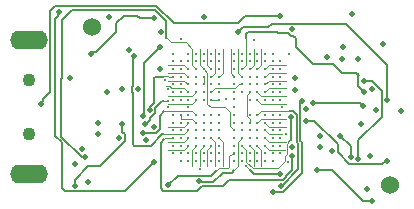
<source format=gbr>
%TF.GenerationSoftware,Altium Limited,Altium Designer,20.2.5 (213)*%
G04 Layer_Physical_Order=3*
G04 Layer_Color=16440176*
%FSLAX26Y26*%
%MOIN*%
%TF.SameCoordinates,0FE6C2C3-B7F4-45EC-A48D-0F423D7CACB9*%
%TF.FilePolarity,Positive*%
%TF.FileFunction,Copper,L3,Inr,Signal*%
%TF.Part,Single*%
G01*
G75*
%TA.AperFunction,Conductor*%
%ADD22C,0.003000*%
%ADD23C,0.006000*%
%TA.AperFunction,ViaPad*%
%ADD24C,0.060000*%
%TA.AperFunction,ComponentPad*%
%ADD25C,0.043307*%
%ADD26O,0.125984X0.062992*%
%TA.AperFunction,ViaPad*%
%ADD27C,0.010000*%
%ADD28C,0.020000*%
D22*
X2185564Y1858776D02*
X2199765Y1844575D01*
X2138400Y1858776D02*
X2185564D01*
X2199765Y1797416D02*
Y1844575D01*
X2138531Y1884237D02*
X2164121D01*
X2256442Y1899786D02*
X2266485Y1909829D01*
X2256442Y1828895D02*
Y1899786D01*
Y1828895D02*
X2266485Y1818852D01*
Y1807465D02*
Y1818852D01*
X2151326Y1922624D02*
X2216713D01*
X2138531Y1909829D02*
X2151326Y1922624D01*
X2216713D02*
X2229508Y1935419D01*
X2240895D01*
X2125735Y1871441D02*
Y1973805D01*
Y1871441D02*
X2138400Y1858776D01*
X2151327Y1662583D02*
Y1743487D01*
X2138531Y1756283D02*
X2151327Y1743487D01*
X2164121Y1756283D02*
X2176917Y1743487D01*
Y1662583D02*
Y1743487D01*
X2074555Y1845851D02*
X2087351Y1833055D01*
X1981037Y1845851D02*
X2074555D01*
X2253691Y1999397D02*
Y2088978D01*
X2304873Y1845851D02*
X2398391D01*
X2304873Y1820261D02*
X2385776D01*
X2330463Y1794669D02*
X2385776D01*
X2330463Y1717897D02*
X2384885D01*
X2391428Y1702955D02*
Y1738164D01*
X2383614Y1695141D02*
X2391428Y1702955D01*
X2383614Y1679837D02*
Y1695141D01*
X2391428Y1738164D02*
X2398391Y1745127D01*
X2197226Y1659554D02*
Y1695816D01*
X2193711Y1656039D02*
X2197226Y1659554D01*
X2162997Y1656039D02*
X2193711D01*
X2156927Y1649969D02*
X2162997Y1656039D01*
X2214597Y1704395D02*
X2215305Y1705103D01*
X2205805Y1704395D02*
X2214597D01*
X2197226Y1695816D02*
X2205805Y1704395D01*
X2330463Y1769079D02*
X2375732D01*
X2254332Y1661941D02*
X2266305Y1649969D01*
X2253691Y1678193D02*
X2275845Y1656039D01*
X2253691Y1678193D02*
Y1717897D01*
X2254332Y1661941D02*
Y1663349D01*
X2275845Y1656039D02*
X2359816D01*
X2292077Y1833055D02*
X2304873Y1845851D01*
X2330463Y1743487D02*
X2385776D01*
X2359816Y1656039D02*
X2383614Y1679837D01*
X2215485Y1649969D02*
X2228099Y1662583D01*
X1981037Y1769079D02*
X2048963D01*
X1981037Y1751929D02*
X1985391Y1756283D01*
X2010579D01*
X1981037Y1878636D02*
X1994726D01*
X1993651Y1868592D02*
X1998886D01*
X2001734Y1871441D02*
X2074555D01*
X1998886Y1868592D02*
X2001734Y1871441D01*
X2112941Y1935419D02*
Y1961009D01*
X2199765Y1797416D02*
X2215305Y1781875D01*
X2112941Y1986599D02*
Y1986601D01*
Y1986599D02*
X2125735Y1973805D01*
X2037927Y1820261D02*
X2074555D01*
X2036169Y1822018D02*
Y1833055D01*
Y1822018D02*
X2037927Y1820261D01*
X2048963Y1769079D02*
X2061759Y1781875D01*
X1993651Y1743487D02*
X2048963D01*
Y1717897D02*
X2061759Y1730693D01*
X1993651Y1717897D02*
X2048963D01*
X2002726Y2075914D02*
X2053351D01*
X1989662Y2088978D02*
X2002726Y2075914D01*
X2053351D02*
X2074555Y2054709D01*
X1981037Y1962144D02*
X2010579Y1961009D01*
X2004769Y1922625D02*
X2048963D01*
X1998886Y1931575D02*
X2004769Y1925692D01*
X1990566Y1931575D02*
X1998886D01*
X1987633Y1928643D02*
X1990566Y1931575D01*
X1995434Y1948215D02*
X2048963D01*
X2004769Y1922625D02*
Y1925692D01*
X1993651Y1897033D02*
X2074555D01*
X2100145Y1664114D02*
Y1717897D01*
X2074555Y1871441D02*
X2087351Y1884237D01*
X2176917Y1973805D02*
Y2054709D01*
X2164121Y1961009D02*
X2176917Y1973805D01*
X2202509D02*
Y2054709D01*
Y1973805D02*
X2215305Y1961009D01*
X2304873Y1871441D02*
X2385776D01*
X2292077Y1884237D02*
X2304873Y1871441D01*
X2074555Y1820261D02*
X2087351Y1807465D01*
X2074555Y1897033D02*
X2087351Y1909829D01*
X2228099Y1662583D02*
Y1743487D01*
X2240895Y1756283D01*
X2151327Y1973805D02*
Y2054709D01*
X2138531Y1961009D02*
X2151327Y1973805D01*
X2228099D02*
Y2054709D01*
Y1973805D02*
X2240895Y1961009D01*
X2292077Y1807465D02*
X2304873Y1820261D01*
Y1897033D02*
X2385776D01*
X2292077Y1909829D02*
X2304873Y1897033D01*
X2125735Y1662583D02*
Y1717897D01*
X2138531Y1730693D01*
X2240895D02*
X2253691Y1717897D01*
X1993651Y1794669D02*
X2048963D01*
X2061759Y1807465D01*
X2317667D02*
X2330463Y1794669D01*
X2048963Y1922625D02*
X2061759Y1909829D01*
X2330463Y1922625D02*
X2385776D01*
X2317667Y1909829D02*
X2330463Y1922625D01*
X2125735Y1999397D02*
Y2054709D01*
Y1999397D02*
X2138531Y1986601D01*
X2240895D02*
X2253691Y1999397D01*
X2100145Y1717897D02*
X2112941Y1730693D01*
X2279281Y1662583D02*
Y1717897D01*
X2266485Y1730693D02*
X2279281Y1717897D01*
X2317667Y1781875D02*
X2330463Y1769079D01*
X2048963Y1948215D02*
X2061759Y1935419D01*
X2330463Y1948215D02*
X2385776D01*
X2317667Y1935419D02*
X2330463Y1948215D01*
X2100145Y1999397D02*
Y2054709D01*
Y1999397D02*
X2112941Y1986601D01*
X2279281Y1999397D02*
Y2054709D01*
X2266485Y1986601D02*
X2279281Y1999397D01*
X2074555Y1662583D02*
Y1717897D01*
X2087351Y1730693D01*
X2304873Y1662583D02*
Y1717897D01*
X2292077Y1730693D02*
X2304873Y1717897D01*
X2048963Y1743487D02*
X2061759Y1756283D01*
X2317667D02*
X2330463Y1743487D01*
X1993651Y1973805D02*
X2048963D01*
X2061759Y1961009D01*
X2330463Y1973805D02*
X2385776D01*
X2317667Y1961009D02*
X2330463Y1973805D01*
X2074555Y1999397D02*
Y2054709D01*
Y1999397D02*
X2087351Y1986601D01*
X2304873Y1999397D02*
Y2054709D01*
X2292077Y1986601D02*
X2304873Y1999397D01*
X2317667Y1730693D02*
X2330463Y1717897D01*
X1993651Y1999397D02*
X2048963D01*
X2061759Y1986601D01*
X2330463Y1999397D02*
X2385776D01*
X2317667Y1986601D02*
X2330463Y1999397D01*
D23*
X1752600Y2184045D02*
G03*
X1729400Y2184045I-11600J-57045D01*
G01*
X1981037Y1962144D02*
G03*
X1980768Y1962053I4354J-13306D01*
G01*
X2587076Y2137883D02*
X2724945Y2000014D01*
Y1884922D02*
Y2000014D01*
X2672903Y1947575D02*
X2705916Y1914562D01*
Y1826465D02*
Y1914562D01*
X2628383Y1748932D02*
X2705916Y1826465D01*
X2648486Y1947575D02*
X2672903D01*
X2243000Y2127000D02*
X2328758D01*
X2339642Y2137883D01*
X2587076D01*
X2227000Y2111000D02*
X2243000Y2127000D01*
X2253691Y2103613D02*
X2260793Y2110715D01*
X2357586D01*
X2253691Y2088978D02*
Y2103613D01*
X2357586Y2110715D02*
X2361613Y2106687D01*
X2394364D01*
X2402638Y2098413D01*
X2435293Y1747756D02*
Y1872636D01*
X2423293Y1742786D02*
Y1833660D01*
X2411102Y1845851D02*
X2423293Y1833660D01*
X2435293Y1872636D02*
X2441292Y1878636D01*
X2476817Y1874238D02*
X2634220D01*
X2644514Y1863944D01*
X2476762Y1874184D02*
X2476817Y1874238D01*
X2627459Y1929552D02*
X2648486Y1908525D01*
X2454293Y1815050D02*
X2480283D01*
X2644514Y1546700D02*
X2675284D01*
X2359976Y1577810D02*
X2378480D01*
X2357983Y1575817D02*
X2359976Y1577810D01*
X2343716Y1575214D02*
X2344319Y1575817D01*
X2357983D01*
X2440038Y1639368D02*
Y1743011D01*
X2378480Y1577810D02*
X2440038Y1639368D01*
X2373075Y1596810D02*
X2428038Y1651773D01*
X2370610Y1596810D02*
X2373075D01*
X2375884Y1616590D02*
X2387014Y1627720D01*
X2197226Y1616590D02*
X2375884D01*
X2280684Y1635590D02*
X2368014D01*
X2387014Y1628585D02*
X2407657Y1649228D01*
X2387014Y1627720D02*
Y1628585D01*
X2492378Y1649303D02*
X2541911D01*
X2644514Y1546700D01*
X2559198Y1708947D02*
X2598984Y1669161D01*
X2708804D01*
X2719154Y1679511D01*
X2724945D01*
X2407657Y1694436D02*
X2409038Y1695816D01*
X2407657Y1649228D02*
Y1694436D01*
X2428038Y1651773D02*
Y1738041D01*
X2423293Y1742786D02*
X2428038Y1738041D01*
X2435293Y1747756D02*
X2440038Y1743011D01*
X1995434Y1600000D02*
X2026518Y1631084D01*
X2138042D01*
X2156927Y1649969D01*
X1969501Y1589083D02*
Y1740393D01*
X1979049Y1579535D02*
X2091062D01*
X1969501Y1589083D02*
X1979049Y1579535D01*
X2091062D02*
X2107952Y1596425D01*
X2398391Y1845851D02*
X2411102D01*
X2402638Y1749373D02*
Y1826851D01*
X2398391Y1745127D02*
X2402638Y1749373D01*
X2628383Y1688161D02*
Y1748932D01*
X2559198Y1708947D02*
Y1736135D01*
X2567783Y1764825D02*
X2602708Y1729900D01*
Y1692307D02*
Y1729900D01*
X2480283Y1815050D02*
X2559198Y1736135D01*
X2100145Y1608425D02*
X2144274D01*
X2107952Y1596425D02*
X2177062D01*
X2096720Y1612064D02*
X2100145Y1608638D01*
Y1608425D02*
Y1608638D01*
X2144274Y1608425D02*
X2176917Y1641069D01*
X2177062Y1596425D02*
X2197226Y1616590D01*
X2176917Y1641069D02*
X2206585D01*
X2215485Y1649969D01*
X2266305D02*
X2280684Y1635590D01*
X2411383Y2098413D02*
X2419657Y2090139D01*
X2402638Y2098413D02*
X2411383D01*
X2419657Y2059998D02*
Y2090139D01*
Y2059998D02*
X2476174Y2003481D01*
X2545712D02*
X2575388Y1973805D01*
X2476174Y2003481D02*
X2545712D01*
X2627459Y1963349D02*
X2629430Y1965320D01*
X2620945Y1973805D02*
X2629430Y1965320D01*
X2575388Y1973805D02*
X2620945D01*
X2627459Y1929552D02*
Y1963349D01*
X1577937Y1880913D02*
Y1887014D01*
X1570496Y1869684D02*
Y1873472D01*
X1577937Y1880913D01*
X1912230Y1774616D02*
X1955122D01*
X1912135Y1774521D02*
X1912230Y1774616D01*
X1921000Y1804789D02*
X1932693Y1816481D01*
X1915802Y1805058D02*
X1920731D01*
X1921000Y1804789D01*
X1932693Y1816481D02*
Y1822018D01*
X1974122Y1769079D02*
X1981037D01*
X1882106Y1731079D02*
X1936122D01*
X1974122Y1769079D01*
X1969501Y1740393D02*
X1981037Y1751929D01*
X1875935Y1737251D02*
Y1909424D01*
Y1737251D02*
X1882106Y1731079D01*
X1879958Y2028820D02*
Y2031713D01*
X1966253Y1785746D02*
Y1831066D01*
X1981037Y1845851D01*
X1955122Y1774616D02*
X1966253Y1785746D01*
X1932693Y1822018D02*
X1951693Y1841018D01*
Y1856430D01*
X1932693Y1858776D02*
X1932694Y1858777D01*
X1948155Y1874238D01*
X1932693Y1850753D02*
Y1858776D01*
X1948155Y1874238D02*
Y1957494D01*
X1973898Y1878636D02*
X1981037D01*
X1951693Y1856430D02*
X1973898Y1878636D01*
X1601084Y2123916D02*
Y2179287D01*
Y2123916D02*
X1601992Y2123007D01*
Y1911070D02*
Y2123007D01*
X1577937Y1887014D02*
X1601992Y1911070D01*
X1617842Y2196045D02*
X1672245D01*
X1601084Y2179287D02*
X1617842Y2196045D01*
X1628782Y2176462D02*
X1629209Y2176889D01*
X1628782Y2162446D02*
Y2176462D01*
X1752600Y2184045D02*
X1951435D01*
X1673084D02*
X1729400D01*
X1639532Y2150494D02*
X1673084Y2184045D01*
X1951435D02*
X1988501Y2146979D01*
X1639532Y1956021D02*
Y2150494D01*
X1955238Y2197213D02*
X2012958Y2139493D01*
X1673412Y2197213D02*
X1955238D01*
X1672245Y2196045D02*
X1673412Y2197213D01*
X1988501Y2090139D02*
Y2146979D01*
X1899890Y2156034D02*
X1948155D01*
X1890879Y2165045D02*
X1899890Y2156034D01*
X1988501Y2090139D02*
X1989662Y2088978D01*
X2251492Y2164478D02*
X2368847D01*
X2226507Y2139493D02*
X2251492Y2164478D01*
X2012958Y2139493D02*
X2226507D01*
X1911644Y1831751D02*
X1913693Y1833799D01*
X1948155Y1957494D02*
X1951669Y1961009D01*
X1846402Y2165045D02*
X1890879D01*
X1618994Y2152658D02*
X1628782Y2162446D01*
X1820850Y2139493D02*
X1846402Y2165045D01*
X1638587Y1760534D02*
X1706814Y1692307D01*
X1638587Y1955076D02*
X1639532Y1956021D01*
X1638587Y1760534D02*
Y1955076D01*
X1706814Y1692307D02*
X1716137D01*
X1639532Y1589425D02*
Y1742619D01*
X1618994Y1763157D02*
X1639532Y1742619D01*
X1618994Y1763157D02*
Y2152658D01*
X1639532Y1589425D02*
X1649768Y1579189D01*
X1850448D02*
X1948155Y1676895D01*
X1649768Y1579189D02*
X1850448D01*
X1913693Y2007438D02*
X1966253Y2059998D01*
X1913693Y1833799D02*
Y2007438D01*
X1740214Y2044381D02*
X1754516D01*
X1736700Y2037787D02*
Y2040866D01*
X1740214Y2044381D01*
X1840875Y1778303D02*
Y1804789D01*
X1875935Y1929533D02*
Y2024797D01*
X1873750Y1911609D02*
Y1927349D01*
X1875935Y1929533D01*
X1873750Y1911609D02*
X1875935Y1909424D01*
X1840875Y1778303D02*
X1849745Y1769434D01*
Y1746737D02*
Y1769434D01*
X1728572Y1664114D02*
X1767122D01*
X1849745Y1746737D01*
X1682801Y1598189D02*
Y1618343D01*
X1728572Y1664114D01*
X1977763Y1961009D02*
X1980768Y1962053D01*
X1951669Y1961009D02*
X1977763D01*
X1754516Y2044381D02*
X1820850Y2110715D01*
Y2139493D01*
X1879958Y2031713D02*
X1882106Y2029565D01*
Y2029254D02*
Y2029565D01*
X1875935Y2024797D02*
X1879958Y2028820D01*
D24*
X2733000Y1600000D02*
D03*
X1741000Y2127000D02*
D03*
D25*
X1530000Y1948582D02*
D03*
Y1771418D02*
D03*
D26*
Y2084410D02*
D03*
Y1635590D02*
D03*
D27*
X2061759Y1884237D02*
D03*
Y1859066D02*
D03*
X2213590Y1888317D02*
D03*
X2215305Y1859066D02*
D03*
X2164121Y1884237D02*
D03*
X2189074Y1886381D02*
D03*
X2292077Y1756283D02*
D03*
X2240895D02*
D03*
X2266485D02*
D03*
X2215305D02*
D03*
X2317667D02*
D03*
X2164121Y1833055D02*
D03*
X2215305Y1909829D02*
D03*
X2317667Y1781875D02*
D03*
X2343257D02*
D03*
X2368847D02*
D03*
X2343257Y1756283D02*
D03*
X2164448Y1935745D02*
D03*
X2163039Y1908747D02*
D03*
X2215305Y1935419D02*
D03*
X2138531Y1884237D02*
D03*
Y1935419D02*
D03*
Y1909829D02*
D03*
X2164121Y1730693D02*
D03*
Y1705103D02*
D03*
X2061759Y1833055D02*
D03*
X2087351D02*
D03*
X2368847Y1884237D02*
D03*
X2373911Y1859066D02*
D03*
X2385775Y1769079D02*
D03*
X2266531Y1679557D02*
D03*
X2254332Y1663349D02*
D03*
X1994726Y1858549D02*
D03*
Y1878636D02*
D03*
X2112941Y1961009D02*
D03*
X2010579Y1833055D02*
D03*
X2100147Y1654071D02*
D03*
X2215305Y1807465D02*
D03*
X2010579Y1730693D02*
D03*
X2393657Y1676895D02*
D03*
X2036169Y2085957D02*
D03*
X1994726Y1921532D02*
D03*
X1985391Y1948838D02*
D03*
X2010579Y1935419D02*
D03*
X2240895Y1909829D02*
D03*
X2112941Y1807465D02*
D03*
X2279281Y2084410D02*
D03*
X2292077Y2037781D02*
D03*
X2395885D02*
D03*
X2215305Y1833055D02*
D03*
X2164121Y1807465D02*
D03*
X2138531Y1833055D02*
D03*
Y1807465D02*
D03*
X2240895D02*
D03*
X2164121Y1781875D02*
D03*
X2215305D02*
D03*
X2112941Y1833055D02*
D03*
X2266485D02*
D03*
X2112941Y1884237D02*
D03*
X2266485D02*
D03*
X2138531Y1781875D02*
D03*
X2240895D02*
D03*
X2266485Y1807465D02*
D03*
X2112941Y1909829D02*
D03*
X2266485D02*
D03*
X2240895Y1935419D02*
D03*
X2112941Y1781875D02*
D03*
X2266485D02*
D03*
X2087351Y1884237D02*
D03*
X2164121Y1756283D02*
D03*
X2112941Y1935419D02*
D03*
X2266485D02*
D03*
X2164121Y1961009D02*
D03*
X2215305D02*
D03*
X2292077Y1833055D02*
D03*
Y1884237D02*
D03*
X2087351Y1807465D02*
D03*
Y1909829D02*
D03*
X2138531Y1756283D02*
D03*
Y1961009D02*
D03*
X2240895D02*
D03*
X2292077Y1807465D02*
D03*
Y1909829D02*
D03*
X2087351Y1781875D02*
D03*
Y1935419D02*
D03*
X2112941Y1756283D02*
D03*
X2266485Y1961009D02*
D03*
X2292077Y1781875D02*
D03*
Y1935419D02*
D03*
X2215305Y1730693D02*
D03*
X2317667Y1833055D02*
D03*
Y1884237D02*
D03*
X2164121Y1986601D02*
D03*
X2215305D02*
D03*
X2138531Y1730693D02*
D03*
X2240895D02*
D03*
X2061759Y1807465D02*
D03*
X2317667D02*
D03*
X2061759Y1909829D02*
D03*
X2317667D02*
D03*
X2138531Y1986601D02*
D03*
X2240895D02*
D03*
X2087351Y1756283D02*
D03*
Y1961009D02*
D03*
X2292077D02*
D03*
X2112941Y1730693D02*
D03*
X2266485D02*
D03*
X2061759Y1781875D02*
D03*
Y1935419D02*
D03*
X2317667D02*
D03*
X2112941Y1986601D02*
D03*
X2266485D02*
D03*
X2215305Y1705103D02*
D03*
X2036169Y1833055D02*
D03*
X2343257D02*
D03*
X2036169Y1884237D02*
D03*
X2343257D02*
D03*
X2164121Y2012191D02*
D03*
X2215305D02*
D03*
X2138531Y1705103D02*
D03*
X2240895D02*
D03*
X2087351Y1730693D02*
D03*
X2036169Y1807465D02*
D03*
X2343257D02*
D03*
X2292077Y1730693D02*
D03*
X2036169Y1909829D02*
D03*
X2343257D02*
D03*
X2061759Y1756283D02*
D03*
Y1961009D02*
D03*
X2317667D02*
D03*
X2087351Y1986601D02*
D03*
X2138531Y2012191D02*
D03*
X2240895D02*
D03*
X2292077Y1986601D02*
D03*
X2112941Y1705103D02*
D03*
X2266485D02*
D03*
X2036169Y1781875D02*
D03*
Y1935419D02*
D03*
X2343257D02*
D03*
X2112941Y2012191D02*
D03*
X2266485D02*
D03*
X2061759Y1730693D02*
D03*
X2317667D02*
D03*
X2061759Y1986601D02*
D03*
X2317667D02*
D03*
X2087351Y1705103D02*
D03*
X2368847Y1833055D02*
D03*
X2010579Y1884237D02*
D03*
X2292077Y1705103D02*
D03*
X2036169Y1756283D02*
D03*
Y1961009D02*
D03*
X2343257D02*
D03*
X2087351Y2012191D02*
D03*
X2164121Y1679511D02*
D03*
X2215305D02*
D03*
X2164121Y2037781D02*
D03*
X2215305D02*
D03*
X2292077Y2012191D02*
D03*
X2010579Y1807465D02*
D03*
X2368847D02*
D03*
X2010579Y1909829D02*
D03*
X2368847D02*
D03*
X2138531Y1679511D02*
D03*
X2240895D02*
D03*
X2138531Y2037781D02*
D03*
X2240895D02*
D03*
X2010579Y1781875D02*
D03*
X2368847Y1935419D02*
D03*
X2112941Y1679511D02*
D03*
Y2037781D02*
D03*
X2266485D02*
D03*
X2061759Y1705103D02*
D03*
X2317667D02*
D03*
X2036169Y1730693D02*
D03*
X2343257D02*
D03*
X2036169Y1986601D02*
D03*
X2343257D02*
D03*
X2061759Y2012191D02*
D03*
X2317667D02*
D03*
X2010579Y1756283D02*
D03*
X2368847D02*
D03*
X2010579Y1961009D02*
D03*
X2368847D02*
D03*
X2087351Y1679511D02*
D03*
Y2037781D02*
D03*
X2292077Y1679511D02*
D03*
X2036169Y1705103D02*
D03*
X2343257D02*
D03*
X2036169Y2012191D02*
D03*
X2343257D02*
D03*
X2368847Y1730693D02*
D03*
X2010579Y1986601D02*
D03*
X2368847D02*
D03*
X2061759Y1679511D02*
D03*
X2317667D02*
D03*
X2061759Y2037781D02*
D03*
X2317667D02*
D03*
X2010579Y1705103D02*
D03*
X2368847D02*
D03*
X2010579Y2012191D02*
D03*
X2368847D02*
D03*
X2036169Y1679511D02*
D03*
X2343257D02*
D03*
Y2037781D02*
D03*
X2010579D02*
D03*
D28*
X2686916Y1849163D02*
D03*
X2644514Y1863944D02*
D03*
X2724945Y1884922D02*
D03*
X2227000Y2111000D02*
D03*
X2454293Y1853050D02*
D03*
X2441292Y1878636D02*
D03*
X2404293Y1825790D02*
D03*
X2648486Y1908525D02*
D03*
X2476762Y1874184D02*
D03*
X2454293Y1815050D02*
D03*
X2500248Y1764825D02*
D03*
Y1725188D02*
D03*
X2675284Y1546700D02*
D03*
X2370610Y1596810D02*
D03*
X2343716Y1575214D02*
D03*
X2368014Y1635590D02*
D03*
X2492378Y1649303D02*
D03*
X2409038Y1725188D02*
D03*
Y1695816D02*
D03*
X1995434Y1600000D02*
D03*
X2416980Y1956060D02*
D03*
X2417710Y1918060D02*
D03*
X2724945Y1679511D02*
D03*
X2628383Y1688161D02*
D03*
X2567783Y1764825D02*
D03*
X2096720Y1612064D02*
D03*
X2648486Y1947575D02*
D03*
X2602708Y1692307D02*
D03*
X2575388Y2019284D02*
D03*
X2523447Y2027644D02*
D03*
X1570496Y1869684D02*
D03*
X1760000Y1768601D02*
D03*
X1840875Y1804789D02*
D03*
X1912135Y1774521D02*
D03*
X1915802Y1805058D02*
D03*
X1947253Y1793616D02*
D03*
X1629209Y2176889D02*
D03*
X1948155Y2156034D02*
D03*
X2368847Y2164478D02*
D03*
X1911644Y1831751D02*
D03*
X2608459Y2170195D02*
D03*
X2112941Y2161177D02*
D03*
X1798575Y2161653D02*
D03*
X2666383Y1695816D02*
D03*
X2710581Y2070070D02*
D03*
X2576178Y2058576D02*
D03*
X2409038Y2118883D02*
D03*
X2627459Y2019673D02*
D03*
X1668732Y1958174D02*
D03*
X1728572Y1608425D02*
D03*
X1948155Y1676895D02*
D03*
X1789579Y1908525D02*
D03*
X1840875Y1919479D02*
D03*
X1932693Y1850753D02*
D03*
X2655787Y1586019D02*
D03*
X1716137Y1692307D02*
D03*
X1736700Y2037787D02*
D03*
X1892750Y1919479D02*
D03*
X1760000Y1807465D02*
D03*
X1706814Y1719707D02*
D03*
X1830745Y1758039D02*
D03*
X1682801Y1598189D02*
D03*
X1969501Y2111000D02*
D03*
X1921000Y1750079D02*
D03*
X1864425Y2049060D02*
D03*
X1882106Y2029254D02*
D03*
X1966253Y2059998D02*
D03*
Y1987580D02*
D03*
X2637915Y1804149D02*
D03*
X2772070Y1845851D02*
D03*
X1682801Y1669161D02*
D03*
X2540198Y1712724D02*
D03*
X2673608Y1920000D02*
D03*
%TF.MD5,f18c37b003070e9d294c1bd17a58e0d4*%
M02*

</source>
